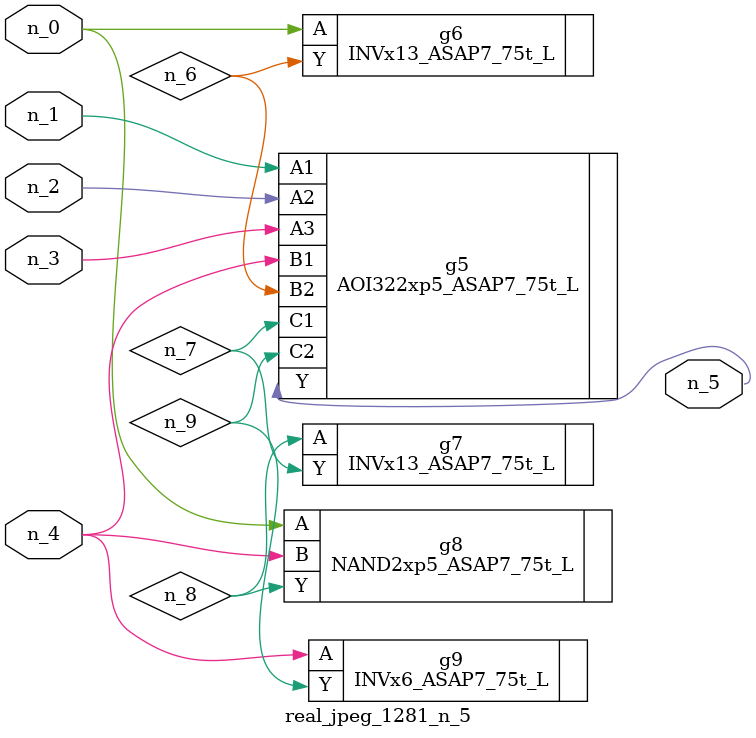
<source format=v>
module real_jpeg_1281_n_5 (n_4, n_0, n_1, n_2, n_3, n_5);

input n_4;
input n_0;
input n_1;
input n_2;
input n_3;

output n_5;

wire n_8;
wire n_6;
wire n_7;
wire n_9;

INVx13_ASAP7_75t_L g6 ( 
.A(n_0),
.Y(n_6)
);

NAND2xp5_ASAP7_75t_L g8 ( 
.A(n_0),
.B(n_4),
.Y(n_8)
);

AOI322xp5_ASAP7_75t_L g5 ( 
.A1(n_1),
.A2(n_2),
.A3(n_3),
.B1(n_4),
.B2(n_6),
.C1(n_7),
.C2(n_9),
.Y(n_5)
);

INVx6_ASAP7_75t_L g9 ( 
.A(n_4),
.Y(n_9)
);

INVx13_ASAP7_75t_L g7 ( 
.A(n_8),
.Y(n_7)
);


endmodule
</source>
